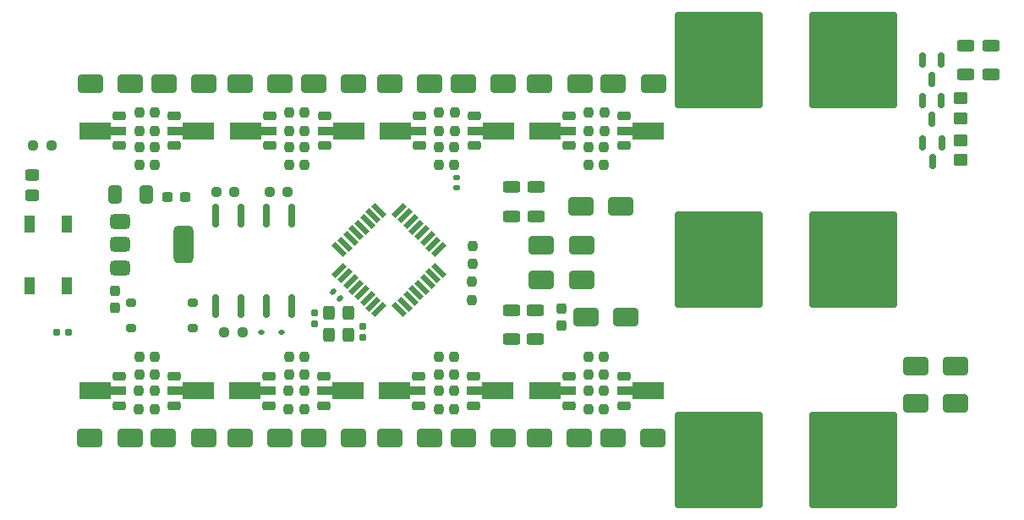
<source format=gbr>
%TF.GenerationSoftware,KiCad,Pcbnew,8.0.2*%
%TF.CreationDate,2024-10-12T15:12:06+02:00*%
%TF.ProjectId,OSSD-8A,4f535344-2d38-4412-9e6b-696361645f70,rev?*%
%TF.SameCoordinates,Original*%
%TF.FileFunction,Paste,Top*%
%TF.FilePolarity,Positive*%
%FSLAX46Y46*%
G04 Gerber Fmt 4.6, Leading zero omitted, Abs format (unit mm)*
G04 Created by KiCad (PCBNEW 8.0.2) date 2024-10-12 15:12:06*
%MOMM*%
%LPD*%
G01*
G04 APERTURE LIST*
G04 Aperture macros list*
%AMRoundRect*
0 Rectangle with rounded corners*
0 $1 Rounding radius*
0 $2 $3 $4 $5 $6 $7 $8 $9 X,Y pos of 4 corners*
0 Add a 4 corners polygon primitive as box body*
4,1,4,$2,$3,$4,$5,$6,$7,$8,$9,$2,$3,0*
0 Add four circle primitives for the rounded corners*
1,1,$1+$1,$2,$3*
1,1,$1+$1,$4,$5*
1,1,$1+$1,$6,$7*
1,1,$1+$1,$8,$9*
0 Add four rect primitives between the rounded corners*
20,1,$1+$1,$2,$3,$4,$5,0*
20,1,$1+$1,$4,$5,$6,$7,0*
20,1,$1+$1,$6,$7,$8,$9,0*
20,1,$1+$1,$8,$9,$2,$3,0*%
%AMRotRect*
0 Rectangle, with rotation*
0 The origin of the aperture is its center*
0 $1 length*
0 $2 width*
0 $3 Rotation angle, in degrees counterclockwise*
0 Add horizontal line*
21,1,$1,$2,0,0,$3*%
%AMFreePoly0*
4,1,9,3.862500,-0.866500,0.737500,-0.866500,0.737500,-0.450000,-0.737500,-0.450000,-0.737500,0.450000,0.737500,0.450000,0.737500,0.866500,3.862500,0.866500,3.862500,-0.866500,3.862500,-0.866500,$1*%
G04 Aperture macros list end*
%ADD10RoundRect,0.250000X0.450000X-0.325000X0.450000X0.325000X-0.450000X0.325000X-0.450000X-0.325000X0*%
%ADD11RoundRect,0.250000X-0.412500X-0.650000X0.412500X-0.650000X0.412500X0.650000X-0.412500X0.650000X0*%
%ADD12RoundRect,0.225000X0.425000X0.225000X-0.425000X0.225000X-0.425000X-0.225000X0.425000X-0.225000X0*%
%ADD13FreePoly0,180.000000*%
%ADD14RoundRect,0.237500X-0.237500X0.250000X-0.237500X-0.250000X0.237500X-0.250000X0.237500X0.250000X0*%
%ADD15RoundRect,0.250000X1.000000X0.650000X-1.000000X0.650000X-1.000000X-0.650000X1.000000X-0.650000X0*%
%ADD16RoundRect,0.237500X0.237500X-0.250000X0.237500X0.250000X-0.237500X0.250000X-0.237500X-0.250000X0*%
%ADD17RoundRect,0.250000X0.625000X-0.312500X0.625000X0.312500X-0.625000X0.312500X-0.625000X-0.312500X0*%
%ADD18RoundRect,0.249999X4.150001X4.550001X-4.150001X4.550001X-4.150001X-4.550001X4.150001X-4.550001X0*%
%ADD19RoundRect,0.225000X-0.425000X-0.225000X0.425000X-0.225000X0.425000X0.225000X-0.425000X0.225000X0*%
%ADD20FreePoly0,0.000000*%
%ADD21RoundRect,0.200000X-0.300000X-0.200000X0.300000X-0.200000X0.300000X0.200000X-0.300000X0.200000X0*%
%ADD22RoundRect,0.140000X0.219203X0.021213X0.021213X0.219203X-0.219203X-0.021213X-0.021213X-0.219203X0*%
%ADD23RoundRect,0.250000X-0.625000X0.312500X-0.625000X-0.312500X0.625000X-0.312500X0.625000X0.312500X0*%
%ADD24RotRect,1.600000X0.550000X45.000000*%
%ADD25RotRect,1.600000X0.550000X135.000000*%
%ADD26RoundRect,0.250000X-1.000000X-0.650000X1.000000X-0.650000X1.000000X0.650000X-1.000000X0.650000X0*%
%ADD27RoundRect,0.237500X-0.237500X0.300000X-0.237500X-0.300000X0.237500X-0.300000X0.237500X0.300000X0*%
%ADD28RoundRect,0.237500X0.300000X0.237500X-0.300000X0.237500X-0.300000X-0.237500X0.300000X-0.237500X0*%
%ADD29RoundRect,0.300000X-0.300000X0.400000X-0.300000X-0.400000X0.300000X-0.400000X0.300000X0.400000X0*%
%ADD30RoundRect,0.155000X-0.155000X0.212500X-0.155000X-0.212500X0.155000X-0.212500X0.155000X0.212500X0*%
%ADD31RoundRect,0.237500X-0.250000X-0.237500X0.250000X-0.237500X0.250000X0.237500X-0.250000X0.237500X0*%
%ADD32R,1.100000X1.800000*%
%ADD33RoundRect,0.162500X0.162500X-1.012500X0.162500X1.012500X-0.162500X1.012500X-0.162500X-1.012500X0*%
%ADD34RoundRect,0.150000X-0.150000X0.587500X-0.150000X-0.587500X0.150000X-0.587500X0.150000X0.587500X0*%
%ADD35RoundRect,0.112500X-0.187500X-0.112500X0.187500X-0.112500X0.187500X0.112500X-0.187500X0.112500X0*%
%ADD36RoundRect,0.140000X-0.170000X0.140000X-0.170000X-0.140000X0.170000X-0.140000X0.170000X0.140000X0*%
%ADD37RoundRect,0.237500X0.237500X-0.300000X0.237500X0.300000X-0.237500X0.300000X-0.237500X-0.300000X0*%
%ADD38RoundRect,0.160000X0.197500X0.160000X-0.197500X0.160000X-0.197500X-0.160000X0.197500X-0.160000X0*%
%ADD39RoundRect,0.155000X0.155000X-0.212500X0.155000X0.212500X-0.155000X0.212500X-0.155000X-0.212500X0*%
%ADD40RoundRect,0.250000X0.450000X-0.350000X0.450000X0.350000X-0.450000X0.350000X-0.450000X-0.350000X0*%
%ADD41RoundRect,0.375000X-0.625000X-0.375000X0.625000X-0.375000X0.625000X0.375000X-0.625000X0.375000X0*%
%ADD42RoundRect,0.500000X-0.500000X-1.400000X0.500000X-1.400000X0.500000X1.400000X-0.500000X1.400000X0*%
G04 APERTURE END LIST*
D10*
%TO.C,D4*%
X90500000Y-41025000D03*
X90500000Y-38975000D03*
%TD*%
D11*
%TO.C,C303*%
X98795500Y-40903000D03*
X101920500Y-40903000D03*
%TD*%
D12*
%TO.C,Q41*%
X99236000Y-62127500D03*
D13*
X99148500Y-60627500D03*
D12*
X99236000Y-59127500D03*
%TD*%
D14*
%TO.C,R53*%
X102806000Y-32763500D03*
X102806000Y-34588500D03*
%TD*%
D15*
%TO.C,D1503*%
X182975000Y-61824000D03*
X178975000Y-61824000D03*
%TD*%
D16*
%TO.C,R43*%
X101194000Y-62429000D03*
X101194000Y-60604000D03*
%TD*%
D14*
%TO.C,R73*%
X132806000Y-32763500D03*
X132806000Y-34588500D03*
%TD*%
D16*
%TO.C,R13*%
X146194000Y-62429000D03*
X146194000Y-60604000D03*
%TD*%
D17*
%TO.C,R103*%
X138500000Y-55462500D03*
X138500000Y-52537500D03*
%TD*%
%TO.C,R104*%
X140913000Y-55462500D03*
X140913000Y-52537500D03*
%TD*%
D18*
%TO.C,C1502*%
X172750000Y-47500000D03*
X159250000Y-47500000D03*
%TD*%
D19*
%TO.C,Q22*%
X134734000Y-59127500D03*
D20*
X134821500Y-60627500D03*
D19*
X134734000Y-62127500D03*
%TD*%
D21*
%TO.C,D301*%
X100430000Y-51816000D03*
X100430000Y-54356000D03*
X106580000Y-54356000D03*
X106580000Y-51816000D03*
%TD*%
D16*
%TO.C,R72*%
X131253000Y-38017500D03*
X131253000Y-36192500D03*
%TD*%
D22*
%TO.C,C3*%
X121285361Y-51322047D03*
X120606539Y-50643225D03*
%TD*%
D15*
%TO.C,D11*%
X145302000Y-65326500D03*
X141302000Y-65326500D03*
%TD*%
D23*
%TO.C,R101*%
X140947000Y-40193500D03*
X140947000Y-43118500D03*
%TD*%
D16*
%TO.C,R14*%
X147747000Y-62429000D03*
X147747000Y-60604000D03*
%TD*%
D19*
%TO.C,Q81*%
X149764000Y-33065000D03*
D20*
X149851500Y-34565000D03*
D19*
X149764000Y-36065000D03*
%TD*%
D16*
%TO.C,R62*%
X116253000Y-38017500D03*
X116253000Y-36192500D03*
%TD*%
D15*
%TO.C,D82*%
X145332000Y-29866000D03*
X141332000Y-29866000D03*
%TD*%
D19*
%TO.C,Q71*%
X134764000Y-33065000D03*
D20*
X134851500Y-34565000D03*
D19*
X134764000Y-36065000D03*
%TD*%
D24*
%TO.C,U1*%
X121252897Y-48523305D03*
X121818583Y-49088990D03*
X122384268Y-49654676D03*
X122949953Y-50220361D03*
X123515639Y-50786047D03*
X124081324Y-51351732D03*
X124647010Y-51917417D03*
X125212695Y-52483103D03*
D25*
X127263305Y-52483103D03*
X127828990Y-51917417D03*
X128394676Y-51351732D03*
X128960361Y-50786047D03*
X129526047Y-50220361D03*
X130091732Y-49654676D03*
X130657417Y-49088990D03*
X131223103Y-48523305D03*
D24*
X131223103Y-46472695D03*
X130657417Y-45907010D03*
X130091732Y-45341324D03*
X129526047Y-44775639D03*
X128960361Y-44209953D03*
X128394676Y-43644268D03*
X127828990Y-43078583D03*
X127263305Y-42512897D03*
D25*
X125212695Y-42512897D03*
X124647010Y-43078583D03*
X124081324Y-43644268D03*
X123515639Y-44209953D03*
X122949953Y-44775639D03*
X122384268Y-45341324D03*
X121818583Y-45907010D03*
X121252897Y-46472695D03*
%TD*%
D12*
%TO.C,Q11*%
X144236000Y-62127500D03*
D13*
X144148500Y-60627500D03*
D12*
X144236000Y-59127500D03*
%TD*%
D16*
%TO.C,R23*%
X131194000Y-62429000D03*
X131194000Y-60604000D03*
%TD*%
D14*
%TO.C,R83*%
X147806000Y-32763500D03*
X147806000Y-34588500D03*
%TD*%
D26*
%TO.C,D61*%
X118698000Y-29866000D03*
X122698000Y-29866000D03*
%TD*%
D14*
%TO.C,R41*%
X101223000Y-57175000D03*
X101223000Y-59000000D03*
%TD*%
D27*
%TO.C,C301*%
X98806000Y-50572500D03*
X98806000Y-52297500D03*
%TD*%
D19*
%TO.C,Q42*%
X104734000Y-59127500D03*
D20*
X104821500Y-60627500D03*
D19*
X104734000Y-62127500D03*
%TD*%
%TO.C,Q32*%
X119734000Y-59127500D03*
D20*
X119821500Y-60627500D03*
D19*
X119734000Y-62127500D03*
%TD*%
D28*
%TO.C,C302*%
X105792500Y-41157000D03*
X104067500Y-41157000D03*
%TD*%
D19*
%TO.C,Q61*%
X119764000Y-33065000D03*
D20*
X119851500Y-34565000D03*
D19*
X119764000Y-36065000D03*
%TD*%
D15*
%TO.C,D502*%
X145500000Y-49500000D03*
X141500000Y-49500000D03*
%TD*%
D14*
%TO.C,R21*%
X131223000Y-57175000D03*
X131223000Y-59000000D03*
%TD*%
%TO.C,R64*%
X116253000Y-32763500D03*
X116253000Y-34588500D03*
%TD*%
D16*
%TO.C,R52*%
X101253000Y-38017500D03*
X101253000Y-36192500D03*
%TD*%
D29*
%TO.C,Y1*%
X120264361Y-52813047D03*
X120264361Y-55013047D03*
X122164361Y-55013047D03*
X122164361Y-52813047D03*
%TD*%
D15*
%TO.C,D52*%
X100332000Y-29866000D03*
X96332000Y-29866000D03*
%TD*%
D14*
%TO.C,R22*%
X132747000Y-57175000D03*
X132747000Y-59000000D03*
%TD*%
D19*
%TO.C,Q12*%
X149734000Y-59127500D03*
D20*
X149821500Y-60627500D03*
D19*
X149734000Y-62127500D03*
%TD*%
D30*
%TO.C,C2*%
X123571361Y-54124047D03*
X123571361Y-55259047D03*
%TD*%
D26*
%TO.C,D81*%
X148698000Y-29866000D03*
X152698000Y-29866000D03*
%TD*%
D31*
%TO.C,R4*%
X114276500Y-40687000D03*
X116101500Y-40687000D03*
%TD*%
D15*
%TO.C,D21*%
X130302000Y-65326500D03*
X126302000Y-65326500D03*
%TD*%
D26*
%TO.C,D32*%
X118668000Y-65326500D03*
X122668000Y-65326500D03*
%TD*%
D32*
%TO.C,SW1*%
X93980000Y-43900000D03*
X93980000Y-50100000D03*
X90280000Y-43900000D03*
X90280000Y-50100000D03*
%TD*%
D12*
%TO.C,Q62*%
X114266000Y-36065000D03*
D13*
X114178500Y-34565000D03*
D12*
X114266000Y-33065000D03*
%TD*%
D18*
%TO.C,C1501*%
X172750000Y-27500000D03*
X159250000Y-27500000D03*
%TD*%
D26*
%TO.C,D51*%
X103698000Y-29866000D03*
X107698000Y-29866000D03*
%TD*%
D14*
%TO.C,R32*%
X117747000Y-57175000D03*
X117747000Y-59000000D03*
%TD*%
D15*
%TO.C,D1501*%
X182975000Y-58166000D03*
X178975000Y-58166000D03*
%TD*%
D33*
%TO.C,U3*%
X108839000Y-52150000D03*
X111379000Y-52150000D03*
X113919000Y-52150000D03*
X116459000Y-52150000D03*
X116459000Y-43100000D03*
X113919000Y-43100000D03*
X111379000Y-43100000D03*
X108839000Y-43100000D03*
%TD*%
D34*
%TO.C,Q1502*%
X181542000Y-31535500D03*
X179642000Y-31535500D03*
X180592000Y-33410500D03*
%TD*%
D12*
%TO.C,Q82*%
X144266000Y-36065000D03*
D13*
X144178500Y-34565000D03*
D12*
X144266000Y-33065000D03*
%TD*%
D15*
%TO.C,D31*%
X115302000Y-65326500D03*
X111302000Y-65326500D03*
%TD*%
D14*
%TO.C,R1505*%
X134587500Y-46077500D03*
X134587500Y-47902500D03*
%TD*%
D12*
%TO.C,Q21*%
X129236000Y-62127500D03*
D13*
X129148500Y-60627500D03*
D12*
X129236000Y-59127500D03*
%TD*%
D16*
%TO.C,R24*%
X132747000Y-62429000D03*
X132747000Y-60604000D03*
%TD*%
D18*
%TO.C,C1503*%
X172750000Y-67500000D03*
X159250000Y-67500000D03*
%TD*%
D15*
%TO.C,D501*%
X145500000Y-46000000D03*
X141500000Y-46000000D03*
%TD*%
D23*
%TO.C,R102*%
X138500000Y-40193500D03*
X138500000Y-43118500D03*
%TD*%
%TO.C,R1503*%
X186500000Y-26037500D03*
X186500000Y-28962500D03*
%TD*%
D14*
%TO.C,R63*%
X117806000Y-32763500D03*
X117806000Y-34588500D03*
%TD*%
D19*
%TO.C,Q51*%
X104764000Y-33065000D03*
D20*
X104851500Y-34565000D03*
D19*
X104764000Y-36065000D03*
%TD*%
D26*
%TO.C,D42*%
X103668000Y-65326500D03*
X107668000Y-65326500D03*
%TD*%
D15*
%TO.C,D62*%
X115332000Y-29866000D03*
X111332000Y-29866000D03*
%TD*%
D35*
%TO.C,D1*%
X113411000Y-54784000D03*
X115511000Y-54784000D03*
%TD*%
D36*
%TO.C,C101*%
X132969000Y-39271000D03*
X132969000Y-40231000D03*
%TD*%
D14*
%TO.C,R74*%
X131253000Y-32763500D03*
X131253000Y-34588500D03*
%TD*%
D34*
%TO.C,Q1501*%
X181590000Y-35738000D03*
X179690000Y-35738000D03*
X180640000Y-37613000D03*
%TD*%
D37*
%TO.C,C501*%
X143510000Y-54075500D03*
X143510000Y-52350500D03*
%TD*%
D26*
%TO.C,D22*%
X133668000Y-65326500D03*
X137668000Y-65326500D03*
%TD*%
D15*
%TO.C,D503*%
X149955000Y-53213000D03*
X145955000Y-53213000D03*
%TD*%
D38*
%TO.C,R2*%
X94133500Y-54749000D03*
X92938500Y-54749000D03*
%TD*%
D15*
%TO.C,D41*%
X100302000Y-65326500D03*
X96302000Y-65326500D03*
%TD*%
D39*
%TO.C,C1*%
X118745361Y-53921547D03*
X118745361Y-52786547D03*
%TD*%
D12*
%TO.C,Q72*%
X129266000Y-36065000D03*
D13*
X129178500Y-34565000D03*
D12*
X129266000Y-33065000D03*
%TD*%
D16*
%TO.C,R82*%
X146253000Y-38017500D03*
X146253000Y-36192500D03*
%TD*%
D40*
%TO.C,R1501*%
X183500000Y-37500000D03*
X183500000Y-35500000D03*
%TD*%
D14*
%TO.C,R54*%
X101253000Y-32763500D03*
X101253000Y-34588500D03*
%TD*%
D41*
%TO.C,U301*%
X99339000Y-43674000D03*
X99339000Y-45974000D03*
D42*
X105639000Y-45974000D03*
D41*
X99339000Y-48274000D03*
%TD*%
D34*
%TO.C,Q1503*%
X181529000Y-27513000D03*
X179629000Y-27513000D03*
X180579000Y-29388000D03*
%TD*%
D14*
%TO.C,R11*%
X146223000Y-57175000D03*
X146223000Y-59000000D03*
%TD*%
D40*
%TO.C,R1502*%
X183500000Y-33309000D03*
X183500000Y-31309000D03*
%TD*%
D15*
%TO.C,D504*%
X149415000Y-42164000D03*
X145415000Y-42164000D03*
%TD*%
D14*
%TO.C,R42*%
X102747000Y-57175000D03*
X102747000Y-59000000D03*
%TD*%
D16*
%TO.C,R44*%
X102747000Y-62429000D03*
X102747000Y-60604000D03*
%TD*%
%TO.C,R33*%
X116194000Y-62429000D03*
X116194000Y-60604000D03*
%TD*%
D31*
%TO.C,R3*%
X108942500Y-40687000D03*
X110767500Y-40687000D03*
%TD*%
D16*
%TO.C,R34*%
X117747000Y-62429000D03*
X117747000Y-60604000D03*
%TD*%
%TO.C,R51*%
X102777000Y-38017500D03*
X102777000Y-36192500D03*
%TD*%
D17*
%TO.C,R1504*%
X183971000Y-28935000D03*
X183971000Y-26010000D03*
%TD*%
D14*
%TO.C,R1506*%
X134500000Y-49675000D03*
X134500000Y-51500000D03*
%TD*%
D26*
%TO.C,D12*%
X148668000Y-65326500D03*
X152668000Y-65326500D03*
%TD*%
D31*
%TO.C,R6*%
X90587500Y-36000000D03*
X92412500Y-36000000D03*
%TD*%
D14*
%TO.C,R84*%
X146253000Y-32763500D03*
X146253000Y-34588500D03*
%TD*%
D15*
%TO.C,D72*%
X130332000Y-29866000D03*
X126332000Y-29866000D03*
%TD*%
D16*
%TO.C,R81*%
X147777000Y-38017500D03*
X147777000Y-36192500D03*
%TD*%
%TO.C,R71*%
X132777000Y-38017500D03*
X132777000Y-36192500D03*
%TD*%
D12*
%TO.C,Q52*%
X99266000Y-36065000D03*
D13*
X99178500Y-34565000D03*
D12*
X99266000Y-33065000D03*
%TD*%
D31*
%TO.C,R5*%
X109738500Y-54784000D03*
X111563500Y-54784000D03*
%TD*%
D16*
%TO.C,R61*%
X117777000Y-38017500D03*
X117777000Y-36192500D03*
%TD*%
D14*
%TO.C,R31*%
X116223000Y-57175000D03*
X116223000Y-59000000D03*
%TD*%
%TO.C,R12*%
X147747000Y-57175000D03*
X147747000Y-59000000D03*
%TD*%
D26*
%TO.C,D71*%
X133698000Y-29866000D03*
X137698000Y-29866000D03*
%TD*%
D12*
%TO.C,Q31*%
X114236000Y-62127500D03*
D13*
X114148500Y-60627500D03*
D12*
X114236000Y-59127500D03*
%TD*%
M02*

</source>
